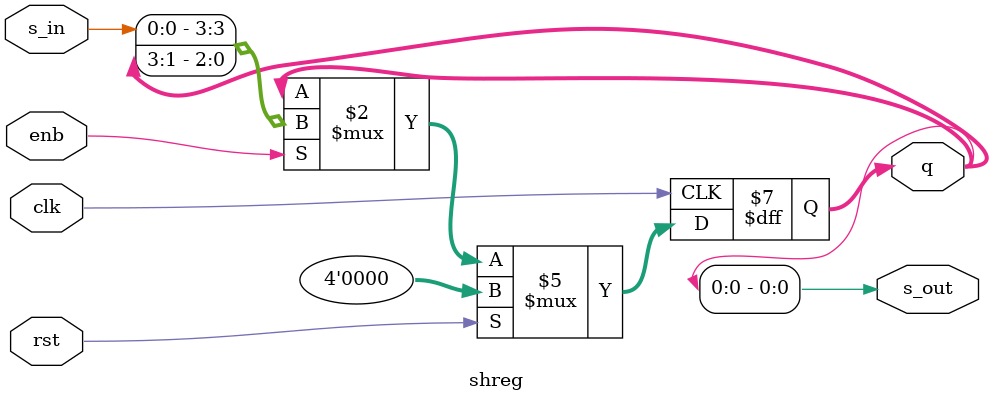
<source format=sv>
module shreg (input logic clk, rst, enb, s_in,
              output logic [3:0] q,
              output logic 	 s_out);
   
   always_ff @(posedge clk)
     if (rst) q <= 0;
     else if (enb) q <= { s_in, q[3:1] };
   
   assign s_out = q[0];
   
endmodule

</source>
